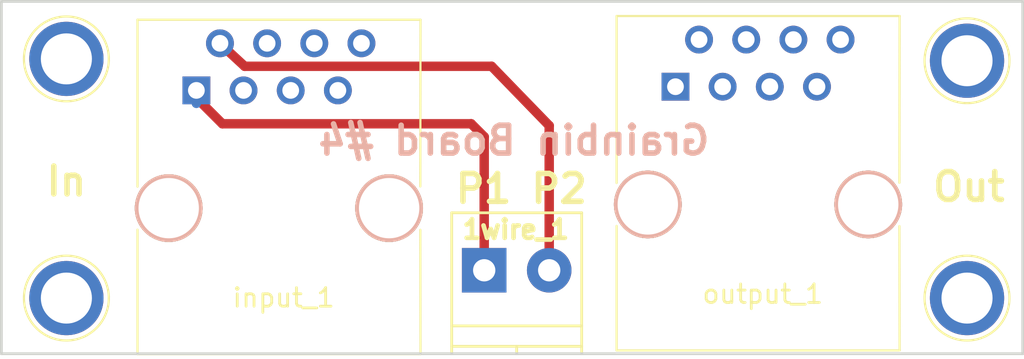
<source format=kicad_pcb>
(kicad_pcb (version 4) (host pcbnew 4.0.7)

  (general
    (links 2)
    (no_connects 0)
    (area 100.924999 75.1246 156.075001 97.5274)
    (thickness 1.6002)
    (drawings 8)
    (tracks 20)
    (zones 0)
    (modules 7)
    (nets 9)
  )

  (page A4)
  (layers
    (0 Top signal)
    (31 Bottom signal)
    (34 B.Paste user)
    (35 F.Paste user)
    (36 B.SilkS user)
    (37 F.SilkS user)
    (38 B.Mask user)
    (39 F.Mask user)
    (44 Edge.Cuts user)
  )

  (setup
    (last_trace_width 0.508)
    (user_trace_width 0.1524)
    (user_trace_width 0.254)
    (user_trace_width 0.381)
    (user_trace_width 0.508)
    (user_trace_width 0.8128)
    (trace_clearance 0.1524)
    (zone_clearance 0.508)
    (zone_45_only no)
    (trace_min 0.1524)
    (segment_width 0.2)
    (edge_width 0.15)
    (via_size 0.6858)
    (via_drill 0.3302)
    (via_min_size 0.6858)
    (via_min_drill 0.3302)
    (user_via 0.6858 0.3302)
    (user_via 0.6858 0.4)
    (user_via 0.762 0.4572)
    (user_via 1.905 0.3302)
    (uvia_size 0.762)
    (uvia_drill 0.508)
    (uvias_allowed no)
    (uvia_min_size 0)
    (uvia_min_drill 0)
    (pcb_text_width 0.3)
    (pcb_text_size 1.5 1.5)
    (mod_edge_width 0.15)
    (mod_text_size 1 1)
    (mod_text_width 0.15)
    (pad_size 4 4)
    (pad_drill 2.75)
    (pad_to_mask_clearance 0.2)
    (aux_axis_origin 0 0)
    (visible_elements 7FFFFFFF)
    (pcbplotparams
      (layerselection 0x00030_80000001)
      (usegerberextensions false)
      (excludeedgelayer true)
      (linewidth 0.100000)
      (plotframeref false)
      (viasonmask false)
      (mode 1)
      (useauxorigin false)
      (hpglpennumber 1)
      (hpglpenspeed 20)
      (hpglpendiameter 15)
      (hpglpenoverlay 2)
      (psnegative false)
      (psa4output false)
      (plotreference true)
      (plotvalue true)
      (plotinvisibletext false)
      (padsonsilk false)
      (subtractmaskfromsilk false)
      (outputformat 1)
      (mirror false)
      (drillshape 1)
      (scaleselection 1)
      (outputdirectory ""))
  )

  (net 0 "")
  (net 1 /pin_1)
  (net 2 /pin_2)
  (net 3 "Net-(input_1-Pad7)")
  (net 4 "Net-(input_1-Pad8)")
  (net 5 "Net-(input_1-Pad5)")
  (net 6 "Net-(input_1-Pad6)")
  (net 7 "Net-(input_1-Pad3)")
  (net 8 "Net-(input_1-Pad4)")

  (net_class Default "This is the default net class."
    (clearance 0.1524)
    (trace_width 0.1524)
    (via_dia 0.6858)
    (via_drill 0.3302)
    (uvia_dia 0.762)
    (uvia_drill 0.508)
    (add_net /pin_1)
    (add_net /pin_2)
    (add_net "Net-(input_1-Pad3)")
    (add_net "Net-(input_1-Pad4)")
    (add_net "Net-(input_1-Pad5)")
    (add_net "Net-(input_1-Pad6)")
    (add_net "Net-(input_1-Pad7)")
    (add_net "Net-(input_1-Pad8)")
  )

  (module Connectors:1pin (layer Top) (tedit 5A1BAEB5) (tstamp 59F96DC6)
    (at 104.5 79.1)
    (descr "module 1 pin (ou trou mecanique de percage)")
    (tags DEV)
    (fp_text reference REF** (at 0 -3.048) (layer F.SilkS) hide
      (effects (font (size 1 1) (thickness 0.15)))
    )
    (fp_text value 1pin (at 0 3) (layer F.Fab)
      (effects (font (size 1 1) (thickness 0.15)))
    )
    (fp_circle (center 0 0) (end 2 0.8) (layer F.Fab) (width 0.1))
    (fp_circle (center 0 0) (end 2.6 0) (layer F.CrtYd) (width 0.05))
    (fp_circle (center 0 0) (end 0 -2.286) (layer F.SilkS) (width 0.12))
    (pad "" np_thru_hole circle (at 0 0) (size 4 4) (drill 2.75) (layers *.Cu *.Mask))
  )

  (module Connectors:1pin (layer Top) (tedit 5A1BAEBC) (tstamp 59F96DAE)
    (at 104.5 92)
    (descr "module 1 pin (ou trou mecanique de percage)")
    (tags DEV)
    (fp_text reference REF** (at 0 -3.048) (layer F.SilkS) hide
      (effects (font (size 1 1) (thickness 0.15)))
    )
    (fp_text value 1pin (at 0 3) (layer F.Fab)
      (effects (font (size 1 1) (thickness 0.15)))
    )
    (fp_circle (center 0 0) (end 2 0.8) (layer F.Fab) (width 0.1))
    (fp_circle (center 0 0) (end 2.6 0) (layer F.CrtYd) (width 0.05))
    (fp_circle (center 0 0) (end 0 -2.286) (layer F.SilkS) (width 0.12))
    (pad "" np_thru_hole circle (at 0 0) (size 4 4) (drill 2.75) (layers *.Cu *.Mask))
  )

  (module Connectors:1pin (layer Top) (tedit 5A1BAECB) (tstamp 59F96C63)
    (at 153 92)
    (descr "module 1 pin (ou trou mecanique de percage)")
    (tags DEV)
    (fp_text reference REF** (at 0 -3.048) (layer F.SilkS) hide
      (effects (font (size 1 1) (thickness 0.15)))
    )
    (fp_text value 1pin (at 0 3) (layer F.Fab)
      (effects (font (size 1 1) (thickness 0.15)))
    )
    (fp_circle (center 0 0) (end 2 0.8) (layer F.Fab) (width 0.1))
    (fp_circle (center 0 0) (end 2.6 0) (layer F.CrtYd) (width 0.05))
    (fp_circle (center 0 0) (end 0 -2.286) (layer F.SilkS) (width 0.12))
    (pad "" np_thru_hole circle (at 0 0) (size 4 4) (drill 2.75) (layers *.Cu *.Mask))
  )

  (module Connectors:RJ45_8 (layer Top) (tedit 0) (tstamp 59F93422)
    (at 111.5 80.8)
    (tags RJ45)
    (path /59F7D4DB)
    (fp_text reference input_1 (at 4.7 11.18) (layer F.SilkS)
      (effects (font (size 1 1) (thickness 0.15)))
    )
    (fp_text value RJ45 (at 4.59 6.25) (layer F.Fab)
      (effects (font (size 1 1) (thickness 0.15)))
    )
    (fp_line (start -3.17 14.22) (end 12.07 14.22) (layer F.SilkS) (width 0.12))
    (fp_line (start 12.07 -3.81) (end 12.06 5.18) (layer F.SilkS) (width 0.12))
    (fp_line (start 12.07 -3.81) (end -3.17 -3.81) (layer F.SilkS) (width 0.12))
    (fp_line (start -3.17 -3.81) (end -3.17 5.19) (layer F.SilkS) (width 0.12))
    (fp_line (start 12.06 7.52) (end 12.07 14.22) (layer F.SilkS) (width 0.12))
    (fp_line (start -3.17 7.51) (end -3.17 14.22) (layer F.SilkS) (width 0.12))
    (fp_line (start -3.56 -4.06) (end 12.46 -4.06) (layer F.CrtYd) (width 0.05))
    (fp_line (start -3.56 -4.06) (end -3.56 14.47) (layer F.CrtYd) (width 0.05))
    (fp_line (start 12.46 14.47) (end 12.46 -4.06) (layer F.CrtYd) (width 0.05))
    (fp_line (start 12.46 14.47) (end -3.56 14.47) (layer F.CrtYd) (width 0.05))
    (pad Hole np_thru_hole circle (at 10.38 6.35) (size 3.65 3.65) (drill 3.25) (layers *.Cu *.SilkS *.Mask))
    (pad Hole np_thru_hole circle (at -1.49 6.35) (size 3.65 3.65) (drill 3.25) (layers *.Cu *.SilkS *.Mask))
    (pad 1 thru_hole rect (at 0 0) (size 1.5 1.5) (drill 0.9) (layers *.Cu *.Mask)
      (net 1 /pin_1))
    (pad 2 thru_hole circle (at 1.27 -2.54) (size 1.5 1.5) (drill 0.9) (layers *.Cu *.Mask)
      (net 2 /pin_2))
    (pad 3 thru_hole circle (at 2.54 0) (size 1.5 1.5) (drill 0.9) (layers *.Cu *.Mask)
      (net 7 "Net-(input_1-Pad3)"))
    (pad 4 thru_hole circle (at 3.81 -2.54) (size 1.5 1.5) (drill 0.9) (layers *.Cu *.Mask)
      (net 8 "Net-(input_1-Pad4)"))
    (pad 5 thru_hole circle (at 5.08 0) (size 1.5 1.5) (drill 0.9) (layers *.Cu *.Mask)
      (net 5 "Net-(input_1-Pad5)"))
    (pad 6 thru_hole circle (at 6.35 -2.54) (size 1.5 1.5) (drill 0.9) (layers *.Cu *.Mask)
      (net 6 "Net-(input_1-Pad6)"))
    (pad 7 thru_hole circle (at 7.62 0) (size 1.5 1.5) (drill 0.9) (layers *.Cu *.Mask)
      (net 3 "Net-(input_1-Pad7)"))
    (pad 8 thru_hole circle (at 8.89 -2.54) (size 1.5 1.5) (drill 0.9) (layers *.Cu *.Mask)
      (net 4 "Net-(input_1-Pad8)"))
    (model ${KISYS3DMOD}/Connectors.3dshapes/RJ45_8.wrl
      (at (xyz 0.18 -0.25 0))
      (scale (xyz 0.4 0.4 0.4))
      (rotate (xyz 0 0 0))
    )
  )

  (module Connectors:1pin (layer Top) (tedit 5A1BAEC4) (tstamp 59F96ABF)
    (at 153 79.2)
    (descr "module 1 pin (ou trou mecanique de percage)")
    (tags DEV)
    (fp_text reference REF** (at 0 -3.048) (layer F.SilkS) hide
      (effects (font (size 1 1) (thickness 0.15)))
    )
    (fp_text value 1pin (at 0 3) (layer F.Fab)
      (effects (font (size 1 1) (thickness 0.15)))
    )
    (fp_circle (center 0 0) (end 2 0.8) (layer F.Fab) (width 0.1))
    (fp_circle (center 0 0) (end 2.6 0) (layer F.CrtYd) (width 0.05))
    (fp_circle (center 0 0) (end 0 -2.286) (layer F.SilkS) (width 0.12))
    (pad "" np_thru_hole circle (at 0 0) (size 4 4) (drill 2.75) (layers *.Cu *.Mask))
  )

  (module TerminalBlocks_Phoenix:TerminalBlock_Phoenix_PT-3.5mm_2pol (layer Top) (tedit 5A1BAED0) (tstamp 5A190D89)
    (at 127 90.5)
    (descr "2-way 3.5mm pitch terminal block, Phoenix PT series")
    (path /59F920CA)
    (fp_text reference 1wire_1 (at 1.7 -2.2) (layer F.SilkS)
      (effects (font (size 1 1) (thickness 0.25)))
    )
    (fp_text value Screw_Terminal_01x02 (at 1.75 6) (layer F.Fab)
      (effects (font (size 1 1) (thickness 0.15)))
    )
    (fp_text user %R (at 1.75 0) (layer F.Fab)
      (effects (font (size 1 1) (thickness 0.15)))
    )
    (fp_line (start -1.9 -3.3) (end 5.4 -3.3) (layer F.CrtYd) (width 0.05))
    (fp_line (start -1.9 4.7) (end -1.9 -3.3) (layer F.CrtYd) (width 0.05))
    (fp_line (start 5.4 4.7) (end -1.9 4.7) (layer F.CrtYd) (width 0.05))
    (fp_line (start 5.4 -3.3) (end 5.4 4.7) (layer F.CrtYd) (width 0.05))
    (fp_line (start 1.75 4.1) (end 1.75 4.5) (layer F.SilkS) (width 0.15))
    (fp_line (start -1.75 3) (end 5.25 3) (layer F.SilkS) (width 0.15))
    (fp_line (start -1.75 4.1) (end 5.25 4.1) (layer F.SilkS) (width 0.15))
    (fp_line (start -1.75 -3.1) (end -1.75 4.5) (layer F.SilkS) (width 0.15))
    (fp_line (start 5.25 4.5) (end 5.25 -3.1) (layer F.SilkS) (width 0.15))
    (fp_line (start 5.25 -3.1) (end -1.75 -3.1) (layer F.SilkS) (width 0.15))
    (pad 2 thru_hole circle (at 3.5 0) (size 2.4 2.4) (drill 1.2) (layers *.Cu *.Mask)
      (net 2 /pin_2))
    (pad 1 thru_hole rect (at 0 0) (size 2.4 2.4) (drill 1.2) (layers *.Cu *.Mask)
      (net 1 /pin_1))
    (model ${KISYS3DMOD}/TerminalBlock_Phoenix.3dshapes/TerminalBlock_Phoenix_PT-3.5mm_2pol.wrl
      (at (xyz 0 0 0))
      (scale (xyz 1 1 1))
      (rotate (xyz 0 0 0))
    )
  )

  (module Connectors:RJ45_8 (layer Top) (tedit 5A1A0110) (tstamp 5A1A00AA)
    (at 137.3 80.6)
    (tags RJ45)
    (fp_text reference output_1 (at 4.7 11.18) (layer F.SilkS)
      (effects (font (size 1 1) (thickness 0.15)))
    )
    (fp_text value RJ45_8 (at 4.59 6.25) (layer F.Fab)
      (effects (font (size 1 1) (thickness 0.15)))
    )
    (fp_line (start -3.17 14.22) (end 12.07 14.22) (layer F.SilkS) (width 0.12))
    (fp_line (start 12.07 -3.81) (end 12.06 5.18) (layer F.SilkS) (width 0.12))
    (fp_line (start 12.07 -3.81) (end -3.17 -3.81) (layer F.SilkS) (width 0.12))
    (fp_line (start -3.17 -3.81) (end -3.17 5.19) (layer F.SilkS) (width 0.12))
    (fp_line (start 12.06 7.52) (end 12.07 14.22) (layer F.SilkS) (width 0.12))
    (fp_line (start -3.17 7.51) (end -3.17 14.22) (layer F.SilkS) (width 0.12))
    (fp_line (start -3.56 -4.06) (end 12.46 -4.06) (layer F.CrtYd) (width 0.05))
    (fp_line (start -3.56 -4.06) (end -3.56 14.47) (layer F.CrtYd) (width 0.05))
    (fp_line (start 12.46 14.47) (end 12.46 -4.06) (layer F.CrtYd) (width 0.05))
    (fp_line (start 12.46 14.47) (end -3.56 14.47) (layer F.CrtYd) (width 0.05))
    (pad Hole np_thru_hole circle (at 10.38 6.35) (size 3.65 3.65) (drill 3.25) (layers *.Cu *.SilkS *.Mask))
    (pad Hole np_thru_hole circle (at -1.49 6.35) (size 3.65 3.65) (drill 3.25) (layers *.Cu *.SilkS *.Mask))
    (pad 1 thru_hole rect (at 0 0) (size 1.5 1.5) (drill 0.9) (layers *.Cu *.Mask))
    (pad 2 thru_hole circle (at 1.27 -2.54) (size 1.5 1.5) (drill 0.9) (layers *.Cu *.Mask))
    (pad 3 thru_hole circle (at 2.54 0) (size 1.5 1.5) (drill 0.9) (layers *.Cu *.Mask))
    (pad 4 thru_hole circle (at 3.81 -2.54) (size 1.5 1.5) (drill 0.9) (layers *.Cu *.Mask))
    (pad 5 thru_hole circle (at 5.08 0) (size 1.5 1.5) (drill 0.9) (layers *.Cu *.Mask))
    (pad 6 thru_hole circle (at 6.35 -2.54) (size 1.5 1.5) (drill 0.9) (layers *.Cu *.Mask))
    (pad 7 thru_hole circle (at 7.62 0) (size 1.5 1.5) (drill 0.9) (layers *.Cu *.Mask))
    (pad 8 thru_hole circle (at 8.89 -2.54) (size 1.5 1.5) (drill 0.9) (layers *.Cu *.Mask))
    (model ${KISYS3DMOD}/Connectors.3dshapes/RJ45_8.wrl
      (at (xyz 0.18 -0.25 0))
      (scale (xyz 0.4 0.4 0.4))
      (rotate (xyz 0 0 0))
    )
  )

  (gr_text Out (at 153.1 86) (layer F.SilkS)
    (effects (font (size 1.5 1.5) (thickness 0.3)))
  )
  (gr_text "P1 P2" (at 129 86.1) (layer F.SilkS)
    (effects (font (size 1.5 1.5) (thickness 0.3)))
  )
  (gr_text "Grainbin Board #4" (at 128.6 83.5) (layer B.SilkS)
    (effects (font (size 1.5 1.5) (thickness 0.3)) (justify mirror))
  )
  (gr_text In (at 104.5 85.7) (layer F.SilkS)
    (effects (font (size 1.5 1.5) (thickness 0.3)))
  )
  (gr_line (start 101 76) (end 101 95) (angle 90) (layer Edge.Cuts) (width 0.15))
  (gr_line (start 101 76) (end 156 76) (angle 90) (layer Edge.Cuts) (width 0.15))
  (gr_line (start 156 76) (end 156 95) (angle 90) (layer Edge.Cuts) (width 0.15) (tstamp 59F93B0F))
  (gr_line (start 156 95) (end 101 95) (angle 90) (layer Edge.Cuts) (width 0.15))

  (segment (start 111.5 80.8) (end 111.5 81.2) (width 0.508) (layer Top) (net 1))
  (segment (start 111.5 81.2) (end 112.9 82.6) (width 0.508) (layer Top) (net 1) (tstamp 5A19FFA9))
  (segment (start 127 83.3) (end 127 90.5) (width 0.508) (layer Top) (net 1) (tstamp 5A19FFB8))
  (segment (start 126.3 82.6) (end 127 83.3) (width 0.508) (layer Top) (net 1) (tstamp 5A19FFB1))
  (segment (start 112.9 82.6) (end 126.3 82.6) (width 0.508) (layer Top) (net 1) (tstamp 5A19FFAA))
  (segment (start 111.5 80.8) (end 111.5 81.5) (width 0.508) (layer Bottom) (net 1))
  (segment (start 112.77 78.26) (end 112.77 78.27) (width 0.508) (layer Top) (net 2))
  (segment (start 112.77 78.27) (end 114.1 79.5) (width 0.508) (layer Top) (net 2) (tstamp 5A19FF84))
  (segment (start 130.5 82.7) (end 130.5 90.5) (width 0.508) (layer Top) (net 2) (tstamp 5A19FFA4))
  (segment (start 127.4 79.5) (end 130.5 82.7) (width 0.508) (layer Top) (net 2) (tstamp 5A19FF96))
  (segment (start 114.1 79.5) (end 127.4 79.5) (width 0.508) (layer Top) (net 2) (tstamp 5A19FF93))
  (segment (start 112.77 78.26) (end 112.77 78.23) (width 0.508) (layer Bottom) (net 2))
  (segment (start 112.77 78.26) (end 112.86 78.26) (width 0.508) (layer Bottom) (net 2))
  (segment (start 116.58 80.8) (end 116.58 80.98) (width 0.381) (layer Top) (net 5))
  (segment (start 116.58 80.8) (end 116.58 81.28) (width 0.254) (layer Bottom) (net 5))
  (segment (start 117.85 78.26) (end 117.86 78.26) (width 0.381) (layer Top) (net 6))
  (segment (start 117.85 78.16) (end 117.85 77.85) (width 0.254) (layer Top) (net 6))
  (segment (start 114.04 80.8) (end 114.04 81.14) (width 0.254) (layer Bottom) (net 7))
  (segment (start 115.31 78.26) (end 115.31 78.09) (width 0.254) (layer Top) (net 8))
  (segment (start 115.31 78.26) (end 115.44 78.26) (width 0.254) (layer Top) (net 8))

)

</source>
